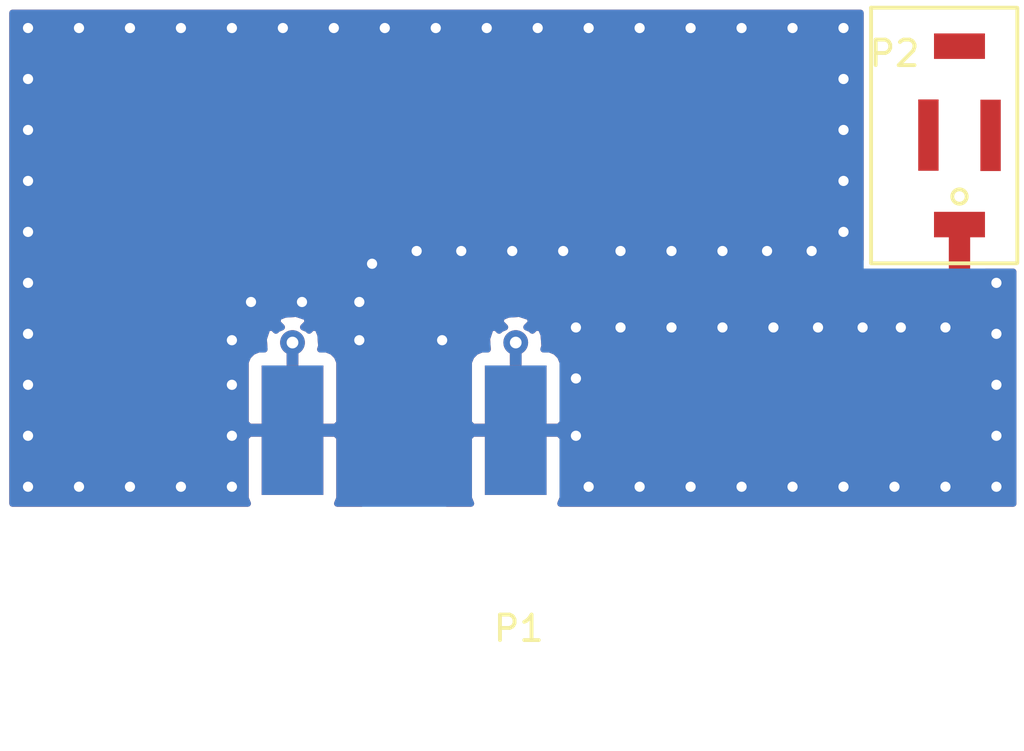
<source format=kicad_pcb>
(kicad_pcb (version 4) (host pcbnew 4.0.5)

  (general
    (links 10)
    (no_connects 2)
    (area 0 0 0 0)
    (thickness 1.6)
    (drawings 4)
    (tracks 81)
    (zones 0)
    (modules 2)
    (nets 4)
  )

  (page A4)
  (layers
    (0 F.Cu signal)
    (31 B.Cu signal)
    (32 B.Adhes user)
    (33 F.Adhes user)
    (34 B.Paste user)
    (35 F.Paste user)
    (36 B.SilkS user)
    (37 F.SilkS user)
    (38 B.Mask user)
    (39 F.Mask user)
    (40 Dwgs.User user)
    (41 Cmts.User user)
    (42 Eco1.User user)
    (43 Eco2.User user)
    (44 Edge.Cuts user)
    (45 Margin user)
    (46 B.CrtYd user)
    (47 F.CrtYd user)
    (48 B.Fab user)
    (49 F.Fab user)
  )

  (setup
    (last_trace_width 0.8382)
    (trace_clearance 0.2)
    (zone_clearance 0.508)
    (zone_45_only no)
    (trace_min 0.1524)
    (segment_width 0.2)
    (edge_width 0.15)
    (via_size 0.6)
    (via_drill 0.4)
    (via_min_size 0.4)
    (via_min_drill 0.3)
    (uvia_size 0.3)
    (uvia_drill 0.1)
    (uvias_allowed no)
    (uvia_min_size 0.2)
    (uvia_min_drill 0.1)
    (pcb_text_width 0.3)
    (pcb_text_size 1.5 1.5)
    (mod_edge_width 0.15)
    (mod_text_size 1 1)
    (mod_text_width 0.15)
    (pad_size 1.524 1.524)
    (pad_drill 0.762)
    (pad_to_mask_clearance 0.2)
    (aux_axis_origin 80 120)
    (grid_origin 80 120)
    (visible_elements 7FFFFFFF)
    (pcbplotparams
      (layerselection 0x030f0_80000001)
      (usegerberextensions false)
      (excludeedgelayer true)
      (linewidth 0.025400)
      (plotframeref false)
      (viasonmask false)
      (mode 1)
      (useauxorigin true)
      (hpglpennumber 1)
      (hpglpenspeed 20)
      (hpglpendiameter 15)
      (hpglpenoverlay 2)
      (psnegative false)
      (psa4output false)
      (plotreference true)
      (plotvalue true)
      (plotinvisibletext false)
      (padsonsilk false)
      (subtractmaskfromsilk false)
      (outputformat 1)
      (mirror false)
      (drillshape 0)
      (scaleselection 1)
      (outputdirectory ""))
  )

  (net 0 "")
  (net 1 "Net-(P1-Pad1)")
  (net 2 GND)
  (net 3 "Net-(P2-Pad2)")

  (net_class Default "This is the default net class."
    (clearance 0.2)
    (trace_width 0.8382)
    (via_dia 0.6)
    (via_drill 0.4)
    (uvia_dia 0.3)
    (uvia_drill 0.1)
    (add_net GND)
    (add_net "Net-(P1-Pad1)")
    (add_net "Net-(P2-Pad2)")
  )

  (module Connectors_Molex:Molex_SMA_Jack_Edge_Mount (layer F.Cu) (tedit 58AFD2A8) (tstamp 58AF69B6)
    (at 95.758 115.062 90)
    (descr "Molex SMA Jack, Edge Mount, http://www.molex.com/pdm_docs/sd/732511150_sd.pdf")
    (tags "sma edge")
    (path /58ACD906)
    (attr smd)
    (fp_text reference P1 (at -9.5 4.5 180) (layer F.SilkS)
      (effects (font (size 1 1) (thickness 0.15)))
    )
    (fp_text value CONN_01X02 (at -9.5 -5.5 90) (layer F.Fab) hide
      (effects (font (size 1 1) (thickness 0.15)))
    )
    (fp_line (start -4.76 -0.38) (end 0.49 -0.38) (layer F.Fab) (width 0.1))
    (fp_line (start -4.76 0.38) (end 0.49 0.38) (layer F.Fab) (width 0.1))
    (fp_line (start 0.49 -0.38) (end 0.49 0.38) (layer F.Fab) (width 0.1))
    (fp_line (start 0.49 3.75) (end 0.49 4.76) (layer F.Fab) (width 0.1))
    (fp_line (start 0.49 -4.76) (end 0.49 -3.75) (layer F.Fab) (width 0.1))
    (fp_line (start -14.29 -6.09) (end -14.29 6.09) (layer F.CrtYd) (width 0.05))
    (fp_line (start -14.29 6.09) (end 2.71 6.09) (layer F.CrtYd) (width 0.05))
    (fp_line (start 2.71 -6.09) (end 2.71 6.09) (layer B.CrtYd) (width 0.05))
    (fp_line (start -14.29 -6.09) (end 2.71 -6.09) (layer B.CrtYd) (width 0.05))
    (fp_line (start -14.29 -6.09) (end -14.29 6.09) (layer B.CrtYd) (width 0.05))
    (fp_line (start -14.29 6.09) (end 2.71 6.09) (layer B.CrtYd) (width 0.05))
    (fp_line (start 2.71 -6.09) (end 2.71 6.09) (layer F.CrtYd) (width 0.05))
    (fp_line (start 2.71 -6.09) (end -14.29 -6.09) (layer F.CrtYd) (width 0.05))
    (fp_line (start -4.76 -3.75) (end 0.49 -3.75) (layer F.Fab) (width 0.1))
    (fp_line (start -4.76 3.75) (end 0.49 3.75) (layer F.Fab) (width 0.1))
    (fp_line (start -13.79 -2.65) (end -5.91 -2.65) (layer F.Fab) (width 0.1))
    (fp_line (start -13.79 -2.65) (end -13.79 2.65) (layer F.Fab) (width 0.1))
    (fp_line (start -13.79 2.65) (end -5.91 2.65) (layer F.Fab) (width 0.1))
    (fp_line (start -4.76 -3.75) (end -4.76 3.75) (layer F.Fab) (width 0.1))
    (fp_line (start 0.49 -4.76) (end -5.91 -4.76) (layer F.Fab) (width 0.1))
    (fp_line (start -5.91 -4.76) (end -5.91 4.76) (layer F.Fab) (width 0.1))
    (fp_line (start -5.91 4.76) (end 0.49 4.76) (layer F.Fab) (width 0.1))
    (pad 1 smd rect (at -1.72 0 90) (size 5.08 2.29) (layers F.Cu F.Paste F.Mask)
      (net 1 "Net-(P1-Pad1)"))
    (pad 2 smd rect (at -1.72 -4.38 90) (size 5.08 2.42) (layers F.Cu F.Paste F.Mask)
      (net 2 GND))
    (pad 2 smd rect (at -1.72 4.38 90) (size 5.08 2.42) (layers F.Cu F.Paste F.Mask)
      (net 2 GND))
    (pad 2 smd rect (at -1.72 -4.38 90) (size 5.08 2.42) (layers B.Cu B.Paste B.Mask)
      (net 2 GND))
    (pad 2 smd rect (at -1.72 4.38 90) (size 5.08 2.42) (layers B.Cu B.Paste B.Mask)
      (net 2 GND))
    (pad 2 thru_hole circle (at 1.72 -4.38 90) (size 0.97 0.97) (drill 0.46) (layers *.Cu)
      (net 2 GND))
    (pad 2 thru_hole circle (at 1.72 4.38 90) (size 0.97 0.97) (drill 0.46) (layers *.Cu)
      (net 2 GND))
    (pad 2 smd rect (at 1.27 -4.38 90) (size 0.89 0.46) (layers F.Cu)
      (net 2 GND))
    (pad 2 smd rect (at 1.27 4.38 90) (size 0.89 0.46) (layers F.Cu)
      (net 2 GND))
    (pad 2 smd rect (at 1.27 -4.38 90) (size 0.89 0.46) (layers B.Cu)
      (net 2 GND))
    (pad 2 smd rect (at 1.27 4.38 90) (size 0.89 0.46) (layers B.Cu)
      (net 2 GND))
  )

  (module MyFootprints:ChipAntenna (layer F.Cu) (tedit 58AF931C) (tstamp 58AF69C4)
    (at 117.5512 108.712 270)
    (path /58AF0B4C)
    (fp_text reference P2 (at -6.712 2.5512 360) (layer F.SilkS)
      (effects (font (size 1 1) (thickness 0.15)))
    )
    (fp_text value CONN_01X02 (at -3.5 -3.4 270) (layer F.Fab) hide
      (effects (font (size 1 1) (thickness 0.15)))
    )
    (fp_circle (center -1.1 0) (end -0.9 0.2) (layer F.SilkS) (width 0.15))
    (fp_line (start 1.52 -2.25) (end 1.52 3.47) (layer F.SilkS) (width 0.15))
    (fp_line (start -8.51 -2.26) (end -8.51 3.47) (layer F.SilkS) (width 0.15))
    (fp_line (start -8.51 3.47) (end -8.49 3.46) (layer F.SilkS) (width 0.15))
    (fp_line (start -8.5 3.47) (end 1.5 3.47) (layer F.SilkS) (width 0.15))
    (fp_line (start -8.5 -2.27) (end 1.5 -2.27) (layer F.SilkS) (width 0.15))
    (pad 2 smd rect (at -3.51 1.22 270) (size 2.8 0.8) (layers F.Cu F.Paste F.Mask)
      (net 3 "Net-(P2-Pad2)"))
    (pad 3 smd rect (at -7 0 270) (size 1 2) (layers F.Cu F.Paste F.Mask))
    (pad 1 smd rect (at 0 0 270) (size 1 2) (layers F.Cu F.Paste F.Mask)
      (net 1 "Net-(P1-Pad1)"))
    (pad 4 smd rect (at -3.5 -1.22 270) (size 2.8 0.8) (layers F.Cu F.Paste F.Mask))
  )

  (gr_line (start 120 100) (end 80 100) (angle 90) (layer Margin) (width 0.2))
  (gr_line (start 120 120) (end 120 100) (angle 90) (layer Margin) (width 0.2))
  (gr_line (start 80 120) (end 120 120) (angle 90) (layer Margin) (width 0.2))
  (gr_line (start 80 100) (end 80 120) (angle 90) (layer Margin) (width 0.2))

  (segment (start 117.5512 108.712) (end 117.5512 110.6932) (width 0.8382) (layer F.Cu) (net 1))
  (segment (start 95.758 111.252) (end 95.758 116.782) (width 0.8382) (layer F.Cu) (net 1) (tstamp 58AFC941))
  (segment (start 95.8596 111.1504) (end 95.758 111.252) (width 0.8382) (layer F.Cu) (net 1) (tstamp 58AFC936))
  (segment (start 117.094 111.1504) (end 95.8596 111.1504) (width 0.8382) (layer F.Cu) (net 1) (tstamp 58AFC930))
  (segment (start 117.5512 110.6932) (end 117.094 111.1504) (width 0.8382) (layer F.Cu) (net 1) (tstamp 58AFC92A))
  (via (at 102.5 117) (size 0.6) (drill 0.4) (layers F.Cu B.Cu) (net 2))
  (via (at 102.5 114.75) (size 0.6) (drill 0.4) (layers F.Cu B.Cu) (net 2))
  (via (at 91.75 111.75) (size 0.6) (drill 0.4) (layers F.Cu B.Cu) (net 2))
  (via (at 89.75 111.75) (size 0.6) (drill 0.4) (layers F.Cu B.Cu) (net 2))
  (via (at 89 113.25) (size 0.6) (drill 0.4) (layers F.Cu B.Cu) (net 2))
  (via (at 89 115) (size 0.6) (drill 0.4) (layers F.Cu B.Cu) (net 2))
  (via (at 89 117) (size 0.6) (drill 0.4) (layers F.Cu B.Cu) (net 2))
  (via (at 117 112.75) (size 0.6) (drill 0.4) (layers F.Cu B.Cu) (net 2))
  (via (at 115.25 112.75) (size 0.6) (drill 0.4) (layers F.Cu B.Cu) (net 2))
  (via (at 113.75 112.75) (size 0.6) (drill 0.4) (layers F.Cu B.Cu) (net 2))
  (via (at 112 112.75) (size 0.6) (drill 0.4) (layers F.Cu B.Cu) (net 2))
  (via (at 110.25 112.75) (size 0.6) (drill 0.4) (layers F.Cu B.Cu) (net 2))
  (via (at 108.25 112.75) (size 0.6) (drill 0.4) (layers F.Cu B.Cu) (net 2))
  (via (at 106.25 112.75) (size 0.6) (drill 0.4) (layers F.Cu B.Cu) (net 2))
  (via (at 104.25 112.75) (size 0.6) (drill 0.4) (layers F.Cu B.Cu) (net 2))
  (via (at 102.5 112.75) (size 0.6) (drill 0.4) (layers F.Cu B.Cu) (net 2))
  (via (at 97.25 113.25) (size 0.6) (drill 0.4) (layers F.Cu B.Cu) (net 2))
  (via (at 94 113.25) (size 0.6) (drill 0.4) (layers F.Cu B.Cu) (net 2))
  (via (at 94 111.75) (size 0.6) (drill 0.4) (layers F.Cu B.Cu) (net 2))
  (via (at 94.5 110.25) (size 0.6) (drill 0.4) (layers F.Cu B.Cu) (net 2))
  (via (at 96.25 109.75) (size 0.6) (drill 0.4) (layers F.Cu B.Cu) (net 2))
  (via (at 98 109.75) (size 0.6) (drill 0.4) (layers F.Cu B.Cu) (net 2))
  (via (at 100 109.75) (size 0.6) (drill 0.4) (layers F.Cu B.Cu) (net 2))
  (via (at 102 109.75) (size 0.6) (drill 0.4) (layers F.Cu B.Cu) (net 2))
  (via (at 104.25 109.75) (size 0.6) (drill 0.4) (layers F.Cu B.Cu) (net 2))
  (via (at 106.25 109.75) (size 0.6) (drill 0.4) (layers F.Cu B.Cu) (net 2))
  (via (at 108.25 109.75) (size 0.6) (drill 0.4) (layers F.Cu B.Cu) (net 2))
  (via (at 110 109.75) (size 0.6) (drill 0.4) (layers F.Cu B.Cu) (net 2))
  (via (at 111.75 109.75) (size 0.6) (drill 0.4) (layers F.Cu B.Cu) (net 2))
  (via (at 119 111) (size 0.6) (drill 0.4) (layers F.Cu B.Cu) (net 2))
  (via (at 119 113) (size 0.6) (drill 0.4) (layers F.Cu B.Cu) (net 2))
  (via (at 119 115) (size 0.6) (drill 0.4) (layers F.Cu B.Cu) (net 2))
  (via (at 119 117) (size 0.6) (drill 0.4) (layers F.Cu B.Cu) (net 2))
  (via (at 119 119) (size 0.6) (drill 0.4) (layers F.Cu B.Cu) (net 2))
  (via (at 117 119) (size 0.6) (drill 0.4) (layers F.Cu B.Cu) (net 2))
  (via (at 115 119) (size 0.6) (drill 0.4) (layers F.Cu B.Cu) (net 2))
  (via (at 113 119) (size 0.6) (drill 0.4) (layers F.Cu B.Cu) (net 2))
  (via (at 111 119) (size 0.6) (drill 0.4) (layers F.Cu B.Cu) (net 2))
  (via (at 109 119) (size 0.6) (drill 0.4) (layers F.Cu B.Cu) (net 2))
  (via (at 107 119) (size 0.6) (drill 0.4) (layers F.Cu B.Cu) (net 2))
  (via (at 105 119) (size 0.6) (drill 0.4) (layers F.Cu B.Cu) (net 2))
  (via (at 103 119) (size 0.6) (drill 0.4) (layers F.Cu B.Cu) (net 2))
  (via (at 89 119) (size 0.6) (drill 0.4) (layers F.Cu B.Cu) (net 2))
  (via (at 87 119) (size 0.6) (drill 0.4) (layers F.Cu B.Cu) (net 2))
  (via (at 85 119) (size 0.6) (drill 0.4) (layers F.Cu B.Cu) (net 2))
  (via (at 83 119) (size 0.6) (drill 0.4) (layers F.Cu B.Cu) (net 2))
  (via (at 113 109) (size 0.6) (drill 0.4) (layers F.Cu B.Cu) (net 2))
  (via (at 113 107) (size 0.6) (drill 0.4) (layers F.Cu B.Cu) (net 2))
  (via (at 113 105) (size 0.6) (drill 0.4) (layers F.Cu B.Cu) (net 2))
  (via (at 113 103) (size 0.6) (drill 0.4) (layers F.Cu B.Cu) (net 2))
  (via (at 113 101) (size 0.6) (drill 0.4) (layers F.Cu B.Cu) (net 2))
  (via (at 111 101) (size 0.6) (drill 0.4) (layers F.Cu B.Cu) (net 2))
  (via (at 109 101) (size 0.6) (drill 0.4) (layers F.Cu B.Cu) (net 2))
  (via (at 107 101) (size 0.6) (drill 0.4) (layers F.Cu B.Cu) (net 2))
  (via (at 105 101) (size 0.6) (drill 0.4) (layers F.Cu B.Cu) (net 2))
  (via (at 103 101) (size 0.6) (drill 0.4) (layers F.Cu B.Cu) (net 2))
  (via (at 101 101) (size 0.6) (drill 0.4) (layers F.Cu B.Cu) (net 2))
  (via (at 99 101) (size 0.6) (drill 0.4) (layers F.Cu B.Cu) (net 2))
  (via (at 97 101) (size 0.6) (drill 0.4) (layers F.Cu B.Cu) (net 2))
  (via (at 95 101) (size 0.6) (drill 0.4) (layers F.Cu B.Cu) (net 2))
  (via (at 93 101) (size 0.6) (drill 0.4) (layers F.Cu B.Cu) (net 2))
  (via (at 91 101) (size 0.6) (drill 0.4) (layers F.Cu B.Cu) (net 2))
  (via (at 89 101) (size 0.6) (drill 0.4) (layers F.Cu B.Cu) (net 2))
  (via (at 87 101) (size 0.6) (drill 0.4) (layers F.Cu B.Cu) (net 2))
  (via (at 85 101) (size 0.6) (drill 0.4) (layers F.Cu B.Cu) (net 2))
  (via (at 83 101) (size 0.6) (drill 0.4) (layers F.Cu B.Cu) (net 2))
  (via (at 81 119) (size 0.6) (drill 0.4) (layers F.Cu B.Cu) (net 2))
  (via (at 81 117) (size 0.6) (drill 0.4) (layers F.Cu B.Cu) (net 2))
  (via (at 81 115) (size 0.6) (drill 0.4) (layers F.Cu B.Cu) (net 2))
  (via (at 81 113) (size 0.6) (drill 0.4) (layers F.Cu B.Cu) (net 2))
  (via (at 81 111) (size 0.6) (drill 0.4) (layers F.Cu B.Cu) (net 2))
  (via (at 81 109) (size 0.6) (drill 0.4) (layers F.Cu B.Cu) (net 2))
  (via (at 81 107) (size 0.6) (drill 0.4) (layers F.Cu B.Cu) (net 2))
  (via (at 81 105) (size 0.6) (drill 0.4) (layers F.Cu B.Cu) (net 2))
  (via (at 81 103) (size 0.6) (drill 0.4) (layers F.Cu B.Cu) (net 2))
  (via (at 81 101) (size 0.6) (drill 0.4) (layers F.Cu B.Cu) (net 2))

  (zone (net 2) (net_name GND) (layer F.Cu) (tstamp 58AFD327) (hatch edge 0.508)
    (connect_pads (clearance 0.508))
    (min_thickness 0.254)
    (fill yes (arc_segments 16) (thermal_gap 0.508) (thermal_bridge_width 0.508))
    (polygon
      (pts
        (xy 113.792 110.4392) (xy 119.7864 110.4392) (xy 119.7864 119.7864) (xy 80.264 119.7864) (xy 80.264 100.2792)
        (xy 113.792 100.2792)
      )
    )
    (filled_polygon
      (pts
        (xy 119.6594 119.6594) (xy 101.895563 119.6594) (xy 101.983 119.448309) (xy 101.983 117.06775) (xy 101.82425 116.909)
        (xy 100.265 116.909) (xy 100.265 116.929) (xy 100.011 116.929) (xy 100.011 116.909) (xy 98.45175 116.909)
        (xy 98.293 117.06775) (xy 98.293 119.448309) (xy 98.380437 119.6594) (xy 97.441005 119.6594) (xy 97.499431 119.57389)
        (xy 97.55044 119.322) (xy 97.55044 114.242) (xy 97.526674 114.115691) (xy 98.293 114.115691) (xy 98.293 116.49625)
        (xy 98.45175 116.655) (xy 100.011 116.655) (xy 100.011 116.635) (xy 100.265 116.635) (xy 100.265 116.655)
        (xy 101.82425 116.655) (xy 101.983 116.49625) (xy 101.983 114.115691) (xy 101.886327 113.882302) (xy 101.707699 113.703673)
        (xy 101.47431 113.607) (xy 101.230129 113.607) (xy 101.271149 113.483436) (xy 101.239018 113.039032) (xy 101.130768 112.777692)
        (xy 100.9172 112.742405) (xy 100.789315 112.87029) (xy 100.727699 112.808673) (xy 100.560838 112.739557) (xy 100.737595 112.5628)
        (xy 100.702308 112.349232) (xy 100.279436 112.208851) (xy 99.835032 112.240982) (xy 99.573692 112.349232) (xy 99.538405 112.5628)
        (xy 99.715162 112.739557) (xy 99.548301 112.808673) (xy 99.486685 112.87029) (xy 99.3588 112.742405) (xy 99.145232 112.777692)
        (xy 99.004851 113.200564) (xy 99.034237 113.607) (xy 98.80169 113.607) (xy 98.568301 113.703673) (xy 98.389673 113.882302)
        (xy 98.293 114.115691) (xy 97.526674 114.115691) (xy 97.506162 114.006683) (xy 97.36709 113.790559) (xy 97.15489 113.645569)
        (xy 96.903 113.59456) (xy 96.8121 113.59456) (xy 96.8121 112.2045) (xy 117.094 112.2045) (xy 117.497387 112.124261)
        (xy 117.839361 111.895761) (xy 118.296561 111.438562) (xy 118.489104 111.1504) (xy 118.525061 111.096587) (xy 118.6053 110.6932)
        (xy 118.6053 110.5662) (xy 119.6594 110.5662)
      )
    )
    (filled_polygon
      (pts
        (xy 113.665 110.0963) (xy 95.8596 110.0963) (xy 95.456213 110.176539) (xy 95.114239 110.405039) (xy 95.012639 110.506639)
        (xy 94.784139 110.848613) (xy 94.7039 111.252) (xy 94.7039 113.59456) (xy 94.613 113.59456) (xy 94.377683 113.638838)
        (xy 94.161559 113.77791) (xy 94.016569 113.99011) (xy 93.96556 114.242) (xy 93.96556 119.322) (xy 94.009838 119.557317)
        (xy 94.075527 119.6594) (xy 93.135563 119.6594) (xy 93.223 119.448309) (xy 93.223 117.06775) (xy 93.06425 116.909)
        (xy 91.505 116.909) (xy 91.505 116.929) (xy 91.251 116.929) (xy 91.251 116.909) (xy 89.69175 116.909)
        (xy 89.533 117.06775) (xy 89.533 119.448309) (xy 89.620437 119.6594) (xy 80.391 119.6594) (xy 80.391 114.115691)
        (xy 89.533 114.115691) (xy 89.533 116.49625) (xy 89.69175 116.655) (xy 91.251 116.655) (xy 91.251 116.635)
        (xy 91.505 116.635) (xy 91.505 116.655) (xy 93.06425 116.655) (xy 93.223 116.49625) (xy 93.223 114.115691)
        (xy 93.126327 113.882302) (xy 92.947699 113.703673) (xy 92.71431 113.607) (xy 92.470129 113.607) (xy 92.511149 113.483436)
        (xy 92.479018 113.039032) (xy 92.370768 112.777692) (xy 92.1572 112.742405) (xy 92.029315 112.87029) (xy 91.967699 112.808673)
        (xy 91.800838 112.739557) (xy 91.977595 112.5628) (xy 91.942308 112.349232) (xy 91.519436 112.208851) (xy 91.075032 112.240982)
        (xy 90.813692 112.349232) (xy 90.778405 112.5628) (xy 90.955162 112.739557) (xy 90.788301 112.808673) (xy 90.726685 112.87029)
        (xy 90.5988 112.742405) (xy 90.385232 112.777692) (xy 90.244851 113.200564) (xy 90.274237 113.607) (xy 90.04169 113.607)
        (xy 89.808301 113.703673) (xy 89.629673 113.882302) (xy 89.533 114.115691) (xy 80.391 114.115691) (xy 80.391 100.4062)
        (xy 113.665 100.4062)
      )
    )
  )
  (zone (net 2) (net_name GND) (layer B.Cu) (tstamp 58AFD327) (hatch edge 0.508)
    (connect_pads (clearance 0.508))
    (min_thickness 0.254)
    (fill yes (arc_segments 16) (thermal_gap 0.508) (thermal_bridge_width 0.508))
    (polygon
      (pts
        (xy 113.792 110.4392) (xy 119.7864 110.4392) (xy 119.7864 119.7864) (xy 80.264 119.7864) (xy 80.264 100.2792)
        (xy 113.792 100.2792)
      )
    )
    (filled_polygon
      (pts
        (xy 113.665 110.4392) (xy 113.675006 110.48861) (xy 113.703447 110.530235) (xy 113.745841 110.557515) (xy 113.792 110.5662)
        (xy 119.6594 110.5662) (xy 119.6594 119.6594) (xy 101.895563 119.6594) (xy 101.983 119.448309) (xy 101.983 117.06775)
        (xy 101.82425 116.909) (xy 100.265 116.909) (xy 100.265 116.929) (xy 100.011 116.929) (xy 100.011 116.909)
        (xy 98.45175 116.909) (xy 98.293 117.06775) (xy 98.293 119.448309) (xy 98.380437 119.6594) (xy 93.135563 119.6594)
        (xy 93.223 119.448309) (xy 93.223 117.06775) (xy 93.06425 116.909) (xy 91.505 116.909) (xy 91.505 116.929)
        (xy 91.251 116.929) (xy 91.251 116.909) (xy 89.69175 116.909) (xy 89.533 117.06775) (xy 89.533 119.448309)
        (xy 89.620437 119.6594) (xy 80.391 119.6594) (xy 80.391 114.115691) (xy 89.533 114.115691) (xy 89.533 116.49625)
        (xy 89.69175 116.655) (xy 91.251 116.655) (xy 91.251 116.635) (xy 91.505 116.635) (xy 91.505 116.655)
        (xy 93.06425 116.655) (xy 93.223 116.49625) (xy 93.223 114.115691) (xy 98.293 114.115691) (xy 98.293 116.49625)
        (xy 98.45175 116.655) (xy 100.011 116.655) (xy 100.011 116.635) (xy 100.265 116.635) (xy 100.265 116.655)
        (xy 101.82425 116.655) (xy 101.983 116.49625) (xy 101.983 114.115691) (xy 101.886327 113.882302) (xy 101.707699 113.703673)
        (xy 101.47431 113.607) (xy 101.230129 113.607) (xy 101.271149 113.483436) (xy 101.239018 113.039032) (xy 101.130768 112.777692)
        (xy 100.9172 112.742405) (xy 100.789315 112.87029) (xy 100.727699 112.808673) (xy 100.560838 112.739557) (xy 100.737595 112.5628)
        (xy 100.702308 112.349232) (xy 100.279436 112.208851) (xy 99.835032 112.240982) (xy 99.573692 112.349232) (xy 99.538405 112.5628)
        (xy 99.715162 112.739557) (xy 99.548301 112.808673) (xy 99.486685 112.87029) (xy 99.3588 112.742405) (xy 99.145232 112.777692)
        (xy 99.004851 113.200564) (xy 99.034237 113.607) (xy 98.80169 113.607) (xy 98.568301 113.703673) (xy 98.389673 113.882302)
        (xy 98.293 114.115691) (xy 93.223 114.115691) (xy 93.126327 113.882302) (xy 92.947699 113.703673) (xy 92.71431 113.607)
        (xy 92.470129 113.607) (xy 92.511149 113.483436) (xy 92.479018 113.039032) (xy 92.370768 112.777692) (xy 92.1572 112.742405)
        (xy 92.029315 112.87029) (xy 91.967699 112.808673) (xy 91.800838 112.739557) (xy 91.977595 112.5628) (xy 91.942308 112.349232)
        (xy 91.519436 112.208851) (xy 91.075032 112.240982) (xy 90.813692 112.349232) (xy 90.778405 112.5628) (xy 90.955162 112.739557)
        (xy 90.788301 112.808673) (xy 90.726685 112.87029) (xy 90.5988 112.742405) (xy 90.385232 112.777692) (xy 90.244851 113.200564)
        (xy 90.274237 113.607) (xy 90.04169 113.607) (xy 89.808301 113.703673) (xy 89.629673 113.882302) (xy 89.533 114.115691)
        (xy 80.391 114.115691) (xy 80.391 100.4062) (xy 113.665 100.4062)
      )
    )
  )
)

</source>
